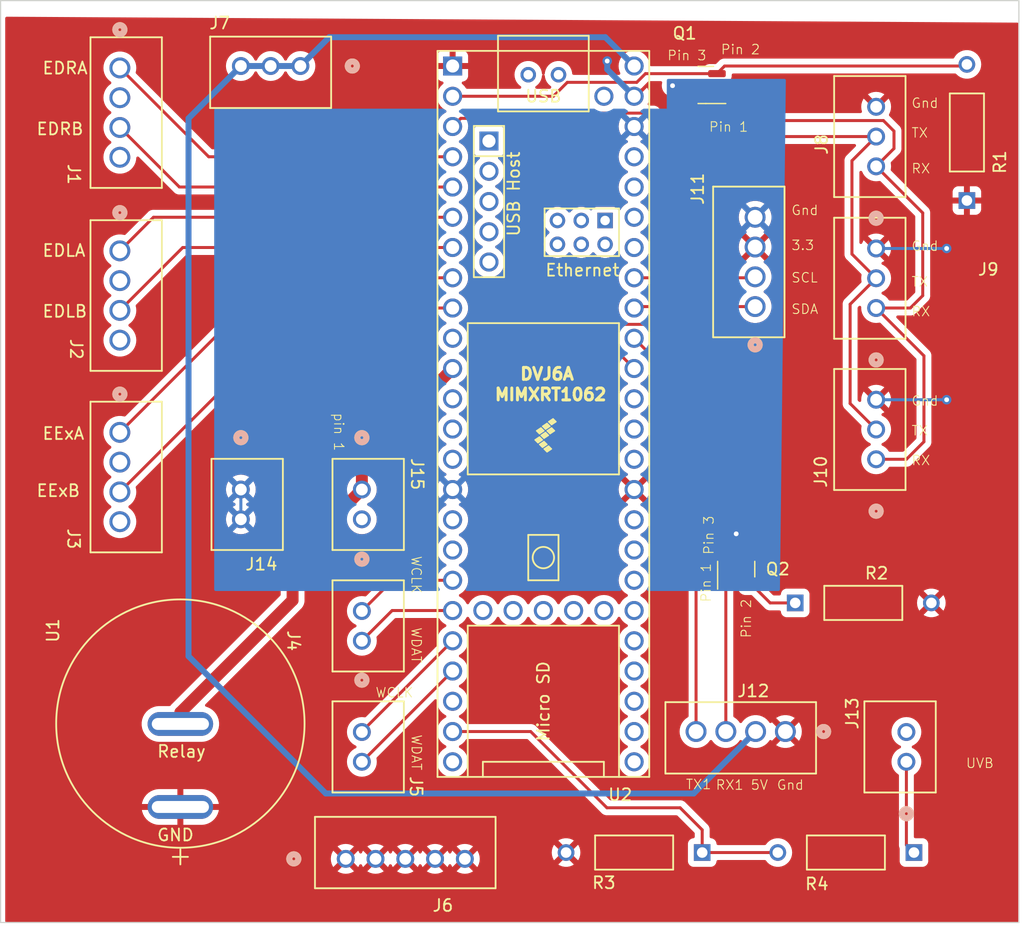
<source format=kicad_pcb>
(kicad_pcb (version 20221018) (generator pcbnew)
  (layers (0 "F.Cu" signal) (31 "B.Cu" signal) (34 "B.Paste" user) (35 "F.Paste" user) (36 "B.SilkS" user "B.Silkscreen") (37 "F.SilkS" user "F.Silkscreen") (38 "B.Mask" user) (39 "F.Mask" user) (44 "Edge.Cuts" user))
  (net 0 "")
  (net 1 "/EDRA")
  (net 3 "/EDRB")
  (net 5 "/EDLA")
  (net 7 "/EDLB")
  (net 9 "/EExA")
  (net 11 "/EExB")
  (net 13 "/WCLK1")
  (net 14 "/WDAT1")
  (net 15 "/WCLK2")
  (net 16 "/WDAT2")
  (net 17 "GND")
  (net 18 "+5V")
  (net 19 "/RX")
  (net 20 "/TX")
  (net 21 "/SDA")
  (net 22 "/SCL")
  (net 23 "+3.3V")
  (net 24 "/RX1")
  (net 25 "/TX1")
  (net 26 "Net-(J13-Pin_1)")
  (net 28 "/Relay")
  (net 30 "Net-(Q1-S)")
  (net 31 "Net-(Q2-S)")
  (net 32 "/UnderVolt")
  (footprint "teensy:3pinJST" (layer "F.Cu") (at 195.58 66.8434 90)
    (fp_text reference "J8" (at 1.8434 -4.58 90 unlocked) (layer "F.SilkS"))
    (fp_text value "MC1")
    (fp_circle (center -4.358 0) (end -3.977 0) (stroke (width 0.508)) (fill none) (layer "B.SilkS"))
    (fp_line (start -2.58 -3.527001) (end -2.58 2.467399) (stroke (width 0.1524)) (layer "F.SilkS"))
    (fp_line (start -2.58 2.467399) (end 7.58 2.467399) (stroke (width 0.1524)) (layer "F.SilkS"))
    (fp_line (start 7.58 -3.527001) (end -2.58 -3.527001) (stroke (width 0.1524)) (layer "F.SilkS"))
    (fp_line (start 7.58 2.467399) (end 7.58 -3.527001) (stroke (width 0.1524)) (layer "F.SilkS"))
    (fp_circle (center -4.358 0) (end -3.977 0) (stroke (width 0.508)) (fill none) (layer "F.SilkS"))
    (pad "1" thru_hole circle (at 0 0 90) (size 1.4986 1.4986) (drill 0.9906) (layers "*.Cu" "*.Mask") (net 19 "/RX"))
    (pad "2" thru_hole circle (at 2.5 0 90) (size 1.4986 1.4986) (drill 0.9906) (layers "*.Cu" "*.Mask") (net 20 "/TX"))
    (pad "3" thru_hole circle (at 5 0 90) (size 1.4986 1.4986) (drill 0.9906) (layers "*.Cu" "*.Mask") (net 17 "GND"))
  )
  (footprint "teensy:Teensy41" (layer "F.Cu") (at 167.64 87.63 -90)
    (fp_text reference "U2" (at 31.9786 -6.4516 -180) (layer "F.SilkS"))
    (fp_text value "Teensy4.1")
    (fp_text user "Ethernet" (at -12.065 -3.2766) (layer "F.SilkS"))
    (fp_text user "MIMXRT1062" (at -1.6256 -0.6096) (layer "F.SilkS") (effects (font (thickness 0.25) bold)))
    (fp_text user "DVJ6A" (at -3.3528 -0.3048) (layer "F.SilkS") (effects (font (thickness 0.25) bold)))
    (fp_text user "USB Host" (at -18.4658 2.4892 90) (layer "F.SilkS"))
    (fp_text user "Micro SD" (at 24.13 0 90) (layer "F.SilkS"))
    (fp_text user "USB" (at -26.67 0) (layer "F.SilkS"))
    (fp_line (start -31.75 -3.81) (end -30.48 -3.81) (stroke (width 0.15)) (layer "F.SilkS"))
    (fp_line (start -31.75 3.81) (end -31.75 -3.81) (stroke (width 0.15)) (layer "F.SilkS"))
    (fp_line (start -30.48 -8.89) (end 30.48 -8.89) (stroke (width 0.15)) (layer "F.SilkS"))
    (fp_line (start -30.48 3.81) (end -31.75 3.81) (stroke (width 0.15)) (layer "F.SilkS"))
    (fp_line (start -30.48 8.89) (end -30.48 -8.89) (stroke (width 0.15)) (layer "F.SilkS"))
    (fp_line (start -25.4 -3.81) (end -30.48 -3.81) (stroke (width 0.15)) (layer "F.SilkS"))
    (fp_line (start -25.4 3.81) (end -30.48 3.81) (stroke (width 0.15)) (layer "F.SilkS"))
    (fp_line (start -25.4 3.81) (end -25.4 -3.81) (stroke (width 0.15)) (layer "F.SilkS"))
    (fp_line (start -24.1808 3.2992) (end -21.6408 3.2992) (stroke (width 0.15)) (layer "F.SilkS"))
    (fp_line (start -24.1808 3.2992) (end -11.4808 3.2992) (stroke (width 0.15)) (layer "F.SilkS"))
    (fp_line (start -24.1808 5.8392) (end -24.1808 3.2992) (stroke (width 0.15)) (layer "F.SilkS"))
    (fp_line (start -21.6408 3.2992) (end -21.6408 5.8392) (stroke (width 0.15)) (layer "F.SilkS"))
    (fp_line (start -17.25 -6.3516) (end -17.25 -6.1016) (stroke (width 0.15)) (layer "F.SilkS"))
    (fp_line (start -17.25 -6.1016) (end -17.25 -0.1016) (stroke (width 0.15)) (layer "F.SilkS"))
    (fp_line (start -17.25 -0.1016) (end -13.25 -0.1016) (stroke (width 0.15)) (layer "F.SilkS"))
    (fp_line (start -13.25 -6.3516) (end -17.25 -6.3516) (stroke (width 0.15)) (layer "F.SilkS"))
    (fp_line (start -13.25 -0.1016) (end -13.25 -6.3516) (stroke (width 0.15)) (layer "F.SilkS"))
    (fp_line (start -11.4808 3.2992) (end -11.4808 5.8392) (stroke (width 0.15)) (layer "F.SilkS"))
    (fp_line (start -11.4808 5.8392) (end -24.1808 5.8392) (stroke (width 0.15)) (layer "F.SilkS"))
    (fp_line (start -7.62 -6.35) (end -7.62 6.35) (stroke (width 0.15)) (layer "F.SilkS"))
    (fp_line (start -7.62 6.35) (end 5.08 6.35) (stroke (width 0.15)) (layer "F.SilkS"))
    (fp_line (start 5.08 -6.35) (end -7.62 -6.35) (stroke (width 0.15)) (layer "F.SilkS"))
    (fp_line (start 5.08 6.35) (end 5.08 -6.35) (stroke (width 0.15)) (layer "F.SilkS"))
    (fp_line (start 10.16 -1.27) (end 13.97 -1.27) (stroke (width 0.15)) (layer "F.SilkS"))
    (fp_line (start 10.16 1.27) (end 10.16 -1.27) (stroke (width 0.15)) (layer "F.SilkS"))
    (fp_line (start 13.97 -1.27) (end 13.97 1.27) (stroke (width 0.15)) (layer "F.SilkS"))
    (fp_line (start 13.97 1.27) (end 10.16 1.27) (stroke (width 0.15)) (layer "F.SilkS"))
    (fp_line (start 17.78 -6.35) (end 17.78 6.35) (stroke (width 0.15)) (layer "F.SilkS"))
    (fp_line (start 17.78 6.35) (end 30.48 6.35) (stroke (width 0.15)) (layer "F.SilkS"))
    (fp_line (start 29.21 -5.08) (end 29.21 5.08) (stroke (width 0.15)) (layer "F.SilkS"))
    (fp_line (start 29.21 5.08) (end 30.48 5.08) (stroke (width 0.15)) (layer "F.SilkS"))
    (fp_line (start 30.48 -8.89) (end 30.48 8.89) (stroke (width 0.15)) (layer "F.SilkS"))
    (fp_line (start 30.48 -6.35) (end 17.78 -6.35) (stroke (width 0.15)) (layer "F.SilkS"))
    (fp_line (start 30.48 -5.08) (end 29.21 -5.08) (stroke (width 0.15)) (layer "F.SilkS"))
    (fp_line (start 30.48 8.89) (end -30.48 8.89) (stroke (width 0.15)) (layer "F.SilkS"))
    (fp_circle (center 12.065 0) (end 12.7 -0.635) (stroke (width 0.15)) (fill none) (layer "F.SilkS"))
    (fp_poly (pts (xy 0.911 -0.688) (xy 0.657 -0.434) (xy 0.403 -0.815) (xy 0.657 -1.069)) (stroke (width 0.1)) (fill solid) (layer "F.SilkS"))
    (fp_poly (pts (xy 1.292 -0.18) (xy 1.038 0.074) (xy 0.784 -0.307) (xy 1.038 -0.561)) (stroke (width 0.1)) (fill solid) (layer "F.SilkS"))
    (fp_poly (pts (xy 1.673 -0.561) (xy 1.419 -0.307) (xy 1.165 -0.688) (xy 1.419 -0.942)) (stroke (width 0.1)) (fill solid) (layer "F.SilkS"))
    (fp_poly (pts (xy 1.673 0.328) (xy 1.419 0.582) (xy 1.165 0.201) (xy 1.419 -0.053)) (stroke (width 0.1)) (fill solid) (layer "F.SilkS"))
    (fp_poly (pts (xy 2.054 -0.053) (xy 1.8 0.201) (xy 1.546 -0.18) (xy 1.8 -0.434)) (stroke (width 0.1)) (fill solid) (layer "F.SilkS"))
    (fp_poly (pts (xy 2.435 0.455) (xy 2.181 0.709) (xy 1.927 0.328) (xy 2.181 0.074)) (stroke (width 0.1)) (fill solid) (layer "F.SilkS"))
    (fp_poly (pts (xy 2.816 0.074) (xy 2.562 0.328) (xy 2.308 -0.053) (xy 2.562 -0.307)) (stroke (width 0.1)) (fill solid) (layer "F.SilkS"))
    (fp_poly (pts (xy 3.197 -0.307) (xy 2.943 -0.053) (xy 2.689 -0.434) (xy 2.943 -0.688)) (stroke (width 0.1)) (fill solid) (layer "F.SilkS"))
    (pad "1" thru_hole rect (at -29.21 7.62 270) (size 1.6 1.6) (drill 1.1) (layers "*.Cu" "*.Mask") (net 17 "GND"))
    (pad "2" thru_hole circle (at -26.67 7.62 270) (size 1.6 1.6) (drill 1.1) (layers "*.Cu" "*.Mask") (net 30 "Net-(Q1-S)"))
    (pad "3" thru_hole circle (at -24.13 7.62 270) (size 1.6 1.6) (drill 1.1) (layers "*.Cu" "*.Mask") (net 20 "/TX"))
    (pad "4" thru_hole circle (at -21.59 7.62 270) (size 1.6 1.6) (drill 1.1) (layers "*.Cu" "*.Mask") (net 1 "/EDRA"))
    (pad "5" thru_hole circle (at -19.05 7.62 270) (size 1.6 1.6) (drill 1.1) (layers "*.Cu" "*.Mask") (net 3 "/EDRB"))
    (pad "6" thru_hole circle (at -16.51 7.62 270) (size 1.6 1.6) (drill 1.1) (layers "*.Cu" "*.Mask") (net 5 "/EDLA"))
    (pad "7" thru_hole circle (at -13.97 7.62 270) (size 1.6 1.6) (drill 1.1) (layers "*.Cu" "*.Mask") (net 7 "/EDLB"))
    (pad "8" thru_hole circle (at -11.43 7.62 270) (size 1.6 1.6) (drill 1.1) (layers "*.Cu" "*.Mask") (net 9 "/EExA"))
    (pad "9" thru_hole circle (at -8.89 7.62 270) (size 1.6 1.6) (drill 1.1) (layers "*.Cu" "*.Mask") (net 11 "/EExB"))
    (pad "10" thru_hole circle (at -6.35 7.62 270) (size 1.6 1.6) (drill 1.1) (layers "*.Cu" "*.Mask"))
    (pad "11" thru_hole circle (at -3.81 7.62 270) (size 1.6 1.6) (drill 1.1) (layers "*.Cu" "*.Mask") (net 28 "/Relay"))
    (pad "12" thru_hole circle (at -1.27 7.62 270) (size 1.6 1.6) (drill 1.1) (layers "*.Cu" "*.Mask"))
    (pad "13" thru_hole circle (at 1.27 7.62 270) (size 1.6 1.6) (drill 1.1) (layers "*.Cu" "*.Mask"))
    (pad "14" thru_hole circle (at 3.81 7.62 270) (size 1.6 1.6) (drill 1.1) (layers "*.Cu" "*.Mask"))
    (pad "15" thru_hole circle (at 6.35 7.62 270) (size 1.6 1.6) (drill 1.1) (layers "*.Cu" "*.Mask") (net 23 "+3.3V"))
    (pad "16" thru_hole circle (at 8.89 7.62 270) (size 1.6 1.6) (drill 1.1) (layers "*.Cu" "*.Mask"))
    (pad "17" thru_hole circle (at 11.43 7.62 270) (size 1.6 1.6) (drill 1.1) (layers "*.Cu" "*.Mask"))
    (pad "18" thru_hole circle (at 13.97 7.62 270) (size 1.6 1.6) (drill 1.1) (layers "*.Cu" "*.Mask") (net 13 "/WCLK1"))
    (pad "19" thru_hole circle (at 16.51 7.62 270) (size 1.6 1.6) (drill 1.1) (layers "*.Cu" "*.Mask") (net 14 "/WDAT1"))
    (pad "20" thru_hole circle (at 19.05 7.62 270) (size 1.6 1.6) (drill 1.1) (layers "*.Cu" "*.Mask") (net 15 "/WCLK2"))
    (pad "21" thru_hole circle (at 21.59 7.62 270) (size 1.6 1.6) (drill 1.1) (layers "*.Cu" "*.Mask") (net 16 "/WDAT2"))
    (pad "22" thru_hole circle (at 24.13 7.62 270) (size 1.6 1.6) (drill 1.1) (layers "*.Cu" "*.Mask"))
    (pad "23" thru_hole circle (at 26.67 7.62 270) (size 1.6 1.6) (drill 1.1) (layers "*.Cu" "*.Mask") (net 32 "/UnderVolt"))
    (pad "24" thru_hole circle (at 29.21 7.62 270) (size 1.6 1.6) (drill 1.1) (layers "*.Cu" "*.Mask"))
    (pad "25" thru_hole circle (at 29.21 -7.62 270) (size 1.6 1.6) (drill 1.1) (layers "*.Cu" "*.Mask"))
    (pad "26" thru_hole circle (at 26.67 -7.62 270) (size 1.6 1.6) (drill 1.1) (layers "*.Cu" "*.Mask"))
    (pad "27" thru_hole circle (at 24.13 -7.62 270) (size 1.6 1.6) (drill 1.1) (layers "*.Cu" "*.Mask"))
    (pad "28" thru_hole circle (at 21.59 -7.62 270) (size 1.6 1.6) (drill 1.1) (layers "*.Cu" "*.Mask"))
    (pad "29" thru_hole circle (at 19.05 -7.62 270) (size 1.6 1.6) (drill 1.1) (layers "*.Cu" "*.Mask"))
    (pad "30" thru_hole circle (at 16.51 -7.62 270) (size 1.6 1.6) (drill 1.1) (layers "*.Cu" "*.Mask"))
    (pad "31" thru_hole circle (at 13.97 -7.62 270) (size 1.6 1.6) (drill 1.1) (layers "*.Cu" "*.Mask"))
    (pad "32" thru_hole circle (at 11.43 -7.62 270) (size 1.6 1.6) (drill 1.1) (layers "*.Cu" "*.Mask"))
    (pad "33" thru_hole circle (at 8.89 -7.62 270) (size 1.6 1.6) (drill 1.1) (layers "*.Cu" "*.Mask"))
    (pad "34" thru_hole circle (at 6.35 -7.62 270) (size 1.6 1.6) (drill 1.1) (layers "*.Cu" "*.Mask") (net 17 "GND"))
    (pad "35" thru_hole circle (at 3.81 -7.62 270) (size 1.6 1.6) (drill 1.1) (layers "*.Cu" "*.Mask"))
    (pad "36" thru_hole circle (at 1.27 -7.62 270) (size 1.6 1.6) (drill 1.1) (layers "*.Cu" "*.Mask"))
    (pad "37" thru_hole circle (at -1.27 -7.62 270) (size 1.6 1.6) (drill 1.1) (layers "*.Cu" "*.Mask"))
    (pad "38" thru_hole circle (at -3.81 -7.62 270) (size 1.6 1.6) (drill 1.1) (layers "*.Cu" "*.Mask") (net 31 "Net-(Q2-S)"))
    (pad "39" thru_hole circle (at -6.35 -7.62 270) (size 1.6 1.6) (drill 1.1) (layers "*.Cu" "*.Mask") (net 25 "/TX1"))
    (pad "40" thru_hole circle (at -8.89 -7.62 270) (size 1.6 1.6) (drill 1.1) (layers "*.Cu" "*.Mask") (net 21 "/SDA"))
    (pad "41" thru_hole circle (at -11.43 -7.62 270) (size 1.6 1.6) (drill 1.1) (layers "*.Cu" "*.Mask") (net 22 "/SCL"))
    (pad "42" thru_hole circle (at -13.97 -7.62 270) (size 1.6 1.6) (drill 1.1) (layers "*.Cu" "*.Mask"))
    (pad "43" thru_hole circle (at -16.51 -7.62 270) (size 1.6 1.6) (drill 1.1) (layers "*.Cu" "*.Mask"))
    (pad "44" thru_hole circle (at -19.05 -7.62 270) (size 1.6 1.6) (drill 1.1) (layers "*.Cu" "*.Mask"))
    (pad "45" thru_hole circle (at -21.59 -7.62 270) (size 1.6 1.6) (drill 1.1) (layers "*.Cu" "*.Mask"))
    (pad "46" thru_hole circle (at -24.13 -7.62 270) (size 1.6 1.6) (drill 1.1) (layers "*.Cu" "*.Mask") (net 23 "+3.3V"))
    (pad "47" thru_hole circle (at -26.67 -7.62 270) (size 1.6 1.6) (drill 1.1) (layers "*.Cu" "*.Mask") (net 17 "GND"))
    (pad "48" thru_hole circle (at -29.21 -7.62 270) (size 1.6 1.6) (drill 1.1) (layers "*.Cu" "*.Mask") (net 18 "+5V"))
    (pad "49" thru_hole circle (at -26.67 -5.08 270) (size 1.6 1.6) (drill 1.1) (layers "*.Cu" "*.Mask"))
    (pad "50" thru_hole circle (at 16.51 5.08 270) (size 1.6 1.6) (drill 1.1) (layers "*.Cu" "*.Mask"))
    (pad "51" thru_hole circle (at 16.51 2.54 270) (size 1.6 1.6) (drill 1.1) (layers "*.Cu" "*.Mask"))
    (pad "52" thru_hole circle (at 16.51 0 270) (size 1.6 1.6) (drill 1.1) (layers "*.Cu" "*.Mask"))
    (pad "53" thru_hole circle (at 16.51 -2.54 270) (size 1.6 1.6) (drill 1.1) (layers "*.Cu" "*.Mask"))
    (pad "54" thru_hole circle (at 16.51 -5.08 270) (size 1.6 1.6) (drill 1.1) (layers "*.Cu" "*.Mask"))
    (pad "55" thru_hole rect (at -22.9108 4.5692 270) (size 1.6 1.6) (drill 1.1) (layers "*.Cu" "*.Mask"))
    (pad "56" thru_hole circle (at -20.3708 4.5692 270) (size 1.6 1.6) (drill 1.1) (layers "*.Cu" "*.Mask"))
    (pad "57" thru_hole circle (at -17.8308 4.5692 270) (size 1.6 1.6) (drill 1.1) (layers "*.Cu" "*.Mask"))
    (pad "58" thru_hole circle (at -15.2908 4.5692 270) (size 1.6 1.6) (drill 1.1) (layers "*.Cu" "*.Mask"))
    (pad "59" thru_hole circle (at -12.7508 4.5692 270) (size 1.6 1.6) (drill 1.1) (layers "*.Cu" "*.Mask"))
    (pad "60" thru_hole rect (at -16.24 -5.1816 270) (size 1.3 1.3) (drill 0.8) (layers "*.Cu" "*.Mask"))
    (pad "61" thru_hole circle (at -16.24 -3.1816 270) (size 1.3 1.3) (drill 0.8) (layers "*.Cu" "*.Mask"))
    (pad "62" thru_hole circle (at -16.24 -1.1816 270) (size 1.3 1.3) (drill 0.8) (layers "*.Cu" "*.Mask"))
    (pad "63" thru_hole circle (at -14.24 -1.1816 270) (size 1.3 1.3) (drill 0.8) (layers "*.Cu" "*.Mask"))
    (pad "64" thru_hole circle (at -14.24 -3.1816 270) (size 1.3 1.3) (drill 0.8) (layers "*.Cu" "*.Mask"))
    (pad "65" thru_hole circle (at -14.24 -5.1816 270) (size 1.3 1.3) (drill 0.8) (layers "*.Cu" "*.Mask"))
    (pad "66" thru_hole circle (at -28.48 -1.27 270) (size 1.3 1.3) (drill 0.8) (layers "*.Cu" "*.Mask"))
    (pad "67" thru_hole circle (at -28.48 1.27 270) (size 1.3 1.3) (drill 0.8) (layers "*.Cu" "*.Mask"))
  )
  (footprint "teensy:10kOhmRes" (layer "F.Cu") (at 203.2 69.715 90)
    (fp_text reference "R1" (at 3.2258 2.7686 90 unlocked) (layer "F.SilkS"))
    (fp_text value "10k")
    (fp_line (start 2.4384 -1.4351) (end 2.4384 1.4351) (stroke (width 0.1524)) (layer "F.SilkS"))
    (fp_line (start 2.4384 1.4351) (end 8.9916 1.4351) (stroke (width 0.1524)) (layer "F.SilkS"))
    (fp_line (start 8.9916 -1.4351) (end 2.4384 -1.4351) (stroke (width 0.1524)) (layer "F.SilkS"))
    (fp_line (start 8.9916 1.4351) (end 8.9916 -1.4351) (stroke (width 0.1524)) (layer "F.SilkS"))
    (pad "1" thru_hole rect (at 0 0 90) (size 1.397 1.397) (drill 0.889) (layers "*.Cu" "*.Mask") (net 17 "GND"))
    (pad "2" thru_hole circle (at 11.43 0 90) (size 1.397 1.397) (drill 0.889) (layers "*.Cu" "*.Mask") (net 30 "Net-(Q1-S)"))
  )
  (footprint "teensy:5pinJST" (layer "F.Cu") (at 151.044656 124.989801)
    (fp_text reference "J6" (at 8.162544 3.915199 unlocked) (layer "F.SilkS"))
    (fp_text value "GND")
    (fp_circle (center -4.359656 0) (end -3.978656 0) (stroke (width 0.508)) (fill none) (layer "B.SilkS"))
    (fp_line (start -2.581656 -3.527001) (end -2.581656 2.467399) (stroke (width 0.1524)) (layer "F.SilkS"))
    (fp_line (start -2.581656 2.467399) (end 12.582144 2.467399) (stroke (width 0.1524)) (layer "F.SilkS"))
    (fp_line (start 12.582144 -3.527001) (end -2.581656 -3.527001) (stroke (width 0.1524)) (layer "F.SilkS"))
    (fp_line (start 12.582144 2.467399) (end 12.582144 -3.527001) (stroke (width 0.1524)) (layer "F.SilkS"))
    (fp_circle (center -4.359656 0) (end -3.978656 0) (stroke (width 0.508)) (fill none) (layer "F.SilkS"))
    (pad "1" thru_hole circle (at 0 0) (size 1.4986 1.4986) (drill 0.9906) (layers "*.Cu" "*.Mask") (net 17 "GND"))
    (pad "2" thru_hole circle (at 2.500122 0) (size 1.4986 1.4986) (drill 0.9906) (layers "*.Cu" "*.Mask") (net 17 "GND"))
    (pad "3" thru_hole circle (at 5.000244 0) (size 1.4986 1.4986) (drill 0.9906) (layers "*.Cu" "*.Mask") (net 17 "GND"))
    (pad "4" thru_hole circle (at 7.500366 0) (size 1.4986 1.4986) (drill 0.9906) (layers "*.Cu" "*.Mask") (net 17 "GND"))
    (pad "5" thru_hole circle (at 10.000488 0) (size 1.4986 1.4986) (drill 0.9906) (layers "*.Cu" "*.Mask") (net 17 "GND"))
  )
  (footprint "teensy:4pinJST" (layer "F.Cu") (at 187.96 114.3 180)
    (fp_text reference "J12" (at 2.6924 3.4036 unlocked) (layer "F.SilkS"))
    (fp_text value "UWB")
    (fp_circle (center -3.2096 0) (end -2.8286 0) (stroke (width 0.508)) (fill none) (layer "B.SilkS"))
    (fp_line (start -2.5746 -3.527001) (end -2.5746 2.467399) (stroke (width 0.1524)) (layer "F.SilkS"))
    (fp_line (start -2.5746 2.467399) (end 10.0746 2.467399) (stroke (width 0.1524)) (layer "F.SilkS"))
    (fp_line (start 10.0746 -3.527001) (end -2.5746 -3.527001) (stroke (width 0.1524)) (layer "F.SilkS"))
    (fp_line (start 10.0746 2.467399) (end 10.0746 -3.527001) (stroke (width 0.1524)) (layer "F.SilkS"))
    (fp_circle (center -3.2096 0) (end -2.8286 0) (stroke (width 0.508)) (fill none) (layer "F.SilkS"))
    (pad "1" thru_hole circle (at 0 0 180) (size 1.7526 1.7526) (drill 1.2446) (layers "*.Cu" "*.Mask") (net 17 "GND"))
    (pad "2" thru_hole circle (at 2.5 0 180) (size 1.7526 1.7526) (drill 1.2446) (layers "*.Cu" "*.Mask") (net 18 "+5V"))
    (pad "3" thru_hole circle (at 5 0 180) (size 1.7526 1.7526) (drill 1.2446) (layers "*.Cu" "*.Mask") (net 24 "/RX1"))
    (pad "4" thru_hole circle (at 7.5 0 180) (size 1.7526 1.7526) (drill 1.2446) (layers "*.Cu" "*.Mask") (net 25 "/TX1"))
  )
  (footprint "Package_TO_SOT_SMD:SOT-23" (layer "F.Cu") (at 181.2775 60.01 180)
    (fp_text reference "Q1" (at 1.7775 4.3332) (layer "F.SilkS"))
    (fp_text value "LevelShifterMC")
    (fp_line (start 0 -1.56) (end -1.675 -1.56) (stroke (width 0.12)) (layer "F.SilkS"))
    (fp_line (start 0 -1.56) (end 0.65 -1.56) (stroke (width 0.12)) (layer "F.SilkS"))
    (fp_line (start 0 1.56) (end -0.65 1.56) (stroke (width 0.12)) (layer "F.SilkS"))
    (fp_line (start 0 1.56) (end 0.65 1.56) (stroke (width 0.12)) (layer "F.SilkS"))
    (pad "1" smd roundrect (at -0.9375 -0.95 180) (size 1.475 0.6) (layers "F.Cu" "F.Paste" "F.Mask") (net 19 "/RX"))
    (pad "2" smd roundrect (at -0.9375 0.95 180) (size 1.475 0.6) (layers "F.Cu" "F.Paste" "F.Mask") (net 30 "Net-(Q1-S)"))
    (pad "3" smd roundrect (at 0.9375 0 180) (size 1.475 0.6) (layers "F.Cu" "F.Paste" "F.Mask") (net 23 "+3.3V"))
  )
  (footprint "teensy:4pinJST" (layer "F.Cu") (at 132.08 73.94 -90)
    (fp_text reference "J2" (at 8.2544 3.6576 -90 unlocked) (layer "F.SilkS"))
    (fp_text value "EncDriveLeft")
    (fp_circle (center -3.2096 0) (end -2.8286 0) (stroke (width 0.508)) (fill none) (layer "B.SilkS"))
    (fp_line (start -2.5746 -3.527001) (end -2.5746 2.467399) (stroke (width 0.1524)) (layer "F.SilkS"))
    (fp_line (start -2.5746 2.467399) (end 10.0746 2.467399) (stroke (width 0.1524)) (layer "F.SilkS"))
    (fp_line (start 10.0746 -3.527001) (end -2.5746 -3.527001) (stroke (width 0.1524)) (layer "F.SilkS"))
    (fp_line (start 10.0746 2.467399) (end 10.0746 -3.527001) (stroke (width 0.1524)) (layer "F.SilkS"))
    (fp_circle (center -3.2096 0) (end -2.8286 0) (stroke (width 0.508)) (fill none) (layer "F.SilkS"))
    (pad "1" thru_hole circle (at 0 0 270) (size 1.7526 1.7526) (drill 1.2446) (layers "*.Cu" "*.Mask") (net 5 "/EDLA"))
    (pad "2" thru_hole circle (at 2.5 0 270) (size 1.7526 1.7526) (drill 1.2446) (layers "*.Cu" "*.Mask"))
    (pad "3" thru_hole circle (at 5 0 270) (size 1.7526 1.7526) (drill 1.2446) (layers "*.Cu" "*.Mask") (net 7 "/EDLB"))
    (pad "4" thru_hole circle (at 7.5 0 270) (size 1.7526 1.7526) (drill 1.2446) (layers "*.Cu" "*.Mask"))
  )
  (footprint "teensy:4pinJST" (layer "F.Cu") (at 132.08 58.58 -90)
    (fp_text reference "J1" (at 8.9332 3.8608 -90 unlocked) (layer "F.SilkS"))
    (fp_text value "EncDriveRight")
    (fp_circle (center -3.2096 0) (end -2.8286 0) (stroke (width 0.508)) (fill none) (layer "B.SilkS"))
    (fp_line (start -2.5746 -3.527001) (end -2.5746 2.467399) (stroke (width 0.1524)) (layer "F.SilkS"))
    (fp_line (start -2.5746 2.467399) (end 10.0746 2.467399) (stroke (width 0.1524)) (layer "F.SilkS"))
    (fp_line (start 10.0746 -3.527001) (end -2.5746 -3.527001) (stroke (width 0.1524)) (layer "F.SilkS"))
    (fp_line (start 10.0746 2.467399) (end 10.0746 -3.527001) (stroke (width 0.1524)) (layer "F.SilkS"))
    (fp_circle (center -3.2096 0) (end -2.8286 0) (stroke (width 0.508)) (fill none) (layer "F.SilkS"))
    (pad "1" thru_hole circle (at 0 0 270) (size 1.7526 1.7526) (drill 1.2446) (layers "*.Cu" "*.Mask") (net 1 "/EDRA"))
    (pad "2" thru_hole circle (at 2.5 0 270) (size 1.7526 1.7526) (drill 1.2446) (layers "*.Cu" "*.Mask"))
    (pad "3" thru_hole circle (at 5 0 270) (size 1.7526 1.7526) (drill 1.2446) (layers "*.Cu" "*.Mask") (net 3 "/EDRB"))
    (pad "4" thru_hole circle (at 7.5 0 270) (size 1.7526 1.7526) (drill 1.2446) (layers "*.Cu" "*.Mask"))
  )
  (footprint "teensy:3pinJST" (layer "F.Cu") (at 195.58 78.74 90)
    (fp_text reference "J9" (at 3.24 9.42 unlocked) (layer "F.SilkS"))
    (fp_text value "MC2")
    (fp_circle (center -4.358 0) (end -3.977 0) (stroke (width 0.508)) (fill none) (layer "B.SilkS"))
    (fp_line (start -2.58 -3.527001) (end -2.58 2.467399) (stroke (width 0.1524)) (layer "F.SilkS"))
    (fp_line (start -2.58 2.467399) (end 7.58 2.467399) (stroke (width 0.1524)) (layer "F.SilkS"))
    (fp_line (start 7.58 -3.527001) (end -2.58 -3.527001) (stroke (width 0.1524)) (layer "F.SilkS"))
    (fp_line (start 7.58 2.467399) (end 7.58 -3.527001) (stroke (width 0.1524)) (layer "F.SilkS"))
    (fp_circle (center -4.358 0) (end -3.977 0) (stroke (width 0.508)) (fill none) (layer "F.SilkS"))
    (pad "1" thru_hole circle (at 0 0 90) (size 1.4986 1.4986) (drill 0.9906) (layers "*.Cu" "*.Mask") (net 19 "/RX"))
    (pad "2" thru_hole circle (at 2.5 0 90) (size 1.4986 1.4986) (drill 0.9906) (layers "*.Cu" "*.Mask") (net 20 "/TX"))
    (pad "3" thru_hole circle (at 5 0 90) (size 1.4986 1.4986) (drill 0.9906) (layers "*.Cu" "*.Mask") (net 17 "GND"))
  )
  (footprint "teensy:3pinJST" (layer "F.Cu") (at 195.58 91.44 90)
    (fp_text reference "J10" (at -1.0414 -4.6482 90 unlocked) (layer "F.SilkS"))
    (fp_text value "MC3")
    (fp_circle (center -4.358 0) (end -3.977 0) (stroke (width 0.508)) (fill none) (layer "B.SilkS"))
    (fp_line (start -2.58 -3.527001) (end -2.58 2.467399) (stroke (width 0.1524)) (layer "F.SilkS"))
    (fp_line (start -2.58 2.467399) (end 7.58 2.467399) (stroke (width 0.1524)) (layer "F.SilkS"))
    (fp_line (start 7.58 -3.527001) (end -2.58 -3.527001) (stroke (width 0.1524)) (layer "F.SilkS"))
    (fp_line (start 7.58 2.467399) (end 7.58 -3.527001) (stroke (width 0.1524)) (layer "F.SilkS"))
    (fp_circle (center -4.358 0) (end -3.977 0) (stroke (width 0.508)) (fill none) (layer "F.SilkS"))
    (pad "1" thru_hole circle (at 0 0 90) (size 1.4986 1.4986) (drill 0.9906) (layers "*.Cu" "*.Mask") (net 19 "/RX"))
    (pad "2" thru_hole circle (at 2.5 0 90) (size 1.4986 1.4986) (drill 0.9906) (layers "*.Cu" "*.Mask") (net 20 "/TX"))
    (pad "3" thru_hole circle (at 5 0 90) (size 1.4986 1.4986) (drill 0.9906) (layers "*.Cu" "*.Mask") (net 17 "GND"))
  )
  (footprint "teensy:2pinJST" (layer "F.Cu") (at 152.4 93.98 -90)
    (fp_text reference "J15" (at -1.2954 -4.6482 -90 unlocked) (layer "F.SilkS"))
    (fp_text value "Relay")
    (fp_circle (center -4.355 0) (end -3.974 0) (stroke (width 0.508)) (fill none) (layer "B.SilkS"))
    (fp_line (start -2.577 -3.527001) (end -2.577 2.467399) (stroke (width 0.1524)) (layer "F.SilkS"))
    (fp_line (start -2.577 2.467399) (end 5.077 2.467399) (stroke (width 0.1524)) (layer "F.SilkS"))
    (fp_line (start 5.077 -3.527001) (end -2.577 -3.527001) (stroke (width 0.1524)) (layer "F.SilkS"))
    (fp_line (start 5.077 2.467399) (end 5.077 -3.527001) (stroke (width 0.1524)) (layer "F.SilkS"))
    (fp_circle (center -4.355 0) (end -3.974 0) (stroke (width 0.508)) (fill none) (layer "F.SilkS"))
    (pad "1" thru_hole circle (at 0 0 270) (size 1.4986 1.4986) (drill 0.9906) (layers "*.Cu" "*.Mask") (net 28 "/Relay"))
    (pad "2" thru_hole circle (at 2.5 0 270) (size 1.4986 1.4986) (drill 0.9906) (layers "*.Cu" "*.Mask"))
  )
  (footprint "teensy:4pinJST" (layer "F.Cu") (at 132.08 89.18 -90)
    (fp_text reference "J3" (at 8.9402 3.8862 -90 unlocked) (layer "F.SilkS"))
    (fp_text value "EncExcavation")
    (fp_circle (center -3.2096 0) (end -2.8286 0) (stroke (width 0.508)) (fill none) (layer "B.SilkS"))
    (fp_line (start -2.5746 -3.527001) (end -2.5746 2.467399) (stroke (width 0.1524)) (layer "F.SilkS"))
    (fp_line (start -2.5746 2.467399) (end 10.0746 2.467399) (stroke (width 0.1524)) (layer "F.SilkS"))
    (fp_line (start 10.0746 -3.527001) (end -2.5746 -3.527001) (stroke (width 0.1524)) (layer "F.SilkS"))
    (fp_line (start 10.0746 2.467399) (end 10.0746 -3.527001) (stroke (width 0.1524)) (layer "F.SilkS"))
    (fp_circle (center -3.2096 0) (end -2.8286 0) (stroke (width 0.508)) (fill none) (layer "F.SilkS"))
    (pad "1" thru_hole circle (at 0 0 270) (size 1.7526 1.7526) (drill 1.2446) (layers "*.Cu" "*.Mask") (net 9 "/EExA"))
    (pad "2" thru_hole circle (at 2.5 0 270) (size 1.7526 1.7526) (drill 1.2446) (layers "*.Cu" "*.Mask"))
    (pad "3" thru_hole circle (at 5 0 270) (size 1.7526 1.7526) (drill 1.2446) (layers "*.Cu" "*.Mask") (net 11 "/EExB"))
    (pad "4" thru_hole circle (at 7.5 0 270) (size 1.7526 1.7526) (drill 1.2446) (layers "*.Cu" "*.Mask"))
  )
  (footprint "teensy:2pinJST" (layer "F.Cu") (at 142.24 93.98 -90)
    (fp_text reference "J14" (at 6.2738 -1.7272 unlocked) (layer "F.SilkS"))
    (fp_text value "3.3V")
    (fp_circle (center -4.355 0) (end -3.974 0) (stroke (width 0.508)) (fill none) (layer "B.SilkS"))
    (fp_line (start -2.577 -3.527001) (end -2.577 2.467399) (stroke (width 0.1524)) (layer "F.SilkS"))
    (fp_line (start -2.577 2.467399) (end 5.077 2.467399) (stroke (width 0.1524)) (layer "F.SilkS"))
    (fp_line (start 5.077 -3.527001) (end -2.577 -3.527001) (stroke (width 0.1524)) (layer "F.SilkS"))
    (fp_line (start 5.077 2.467399) (end 5.077 -3.527001) (stroke (width 0.1524)) (layer "F.SilkS"))
    (fp_circle (center -4.355 0) (end -3.974 0) (stroke (width 0.508)) (fill none) (layer "F.SilkS"))
    (pad "1" thru_hole circle (at 0 0 270) (size 1.4986 1.4986) (drill 0.9906) (layers "*.Cu" "*.Mask") (net 23 "+3.3V"))
    (pad "2" thru_hole circle (at 2.5 0 270) (size 1.4986 1.4986) (drill 0.9906) (layers "*.Cu" "*.Mask") (net 23 "+3.3V"))
  )
  (footprint "teensy:2pinJST" (layer "F.Cu") (at 152.4 114.34 -90)
    (fp_text reference "J5" (at 4.5828 -4.5466 -90 unlocked) (layer "F.SilkS"))
    (fp_text value "Load Cell 2")
    (fp_circle (center -4.355 0) (end -3.974 0) (stroke (width 0.508)) (fill none) (layer "B.SilkS"))
    (fp_line (start -2.577 -3.527001) (end -2.577 2.467399) (stroke (width 0.1524)) (layer "F.SilkS"))
    (fp_line (start -2.577 2.467399) (end 5.077 2.467399) (stroke (width 0.1524)) (layer "F.SilkS"))
    (fp_line (start 5.077 -3.527001) (end -2.577 -3.527001) (stroke (width 0.1524)) (layer "F.SilkS"))
    (fp_line (start 5.077 2.467399) (end 5.077 -3.527001) (stroke (width 0.1524)) (layer "F.SilkS"))
    (fp_circle (center -4.355 0) (end -3.974 0) (stroke (width 0.508)) (fill none) (layer "F.SilkS"))
    (pad "1" thru_hole circle (at 0 0 270) (size 1.4986 1.4986) (drill 0.9906) (layers "*.Cu" "*.Mask") (net 15 "/WCLK2"))
    (pad "2" thru_hole circle (at 2.5 0 270) (size 1.4986 1.4986) (drill 0.9906) (layers "*.Cu" "*.Mask") (net 16 "/WDAT2"))
  )
  (footprint "footprints:RR511D1121_EWI" (layer "F.Cu") (at 137.16 120.633249 90)
    (fp_text reference "U1" (at 14.816849 -10.6934 90 unlocked) (layer "F.SilkS"))
    (fp_text value "Relay Kill Switch - SPST")
    (fp_line (start -4.824001 0) (end -3.554001 0) (stroke (width 0.1524)) (layer "F.SilkS"))
    (fp_line (start -4.189001 -0.635) (end -4.189001 0.635) (stroke (width 0.1524)) (layer "F.SilkS"))
    (fp_circle (center 6.999999 0) (end 17.426999 0) (stroke (width 0.1524)) (fill none) (layer "F.SilkS"))
    (pad "1" thru_hole oval (at -0.000001 0 180) (size 5.5 2) (drill oval 4.8 1) (layers "*.Cu" "*.Mask") (net 17 "GND"))
    (pad "2" thru_hole oval (at 6.97 0 180) (size 5.5 2) (drill oval 4.8 1) (layers "*.Cu" "*.Mask") (net 28 "/Relay"))
  )
  (footprint "teensy:2pinJST" (layer "F.Cu") (at 152.4 104.18 -90)
    (fp_text reference "J4" (at 2.5 5.7404 -90 unlocked) (layer "F.SilkS"))
    (fp_text value "Load Cell 1")
    (fp_circle (center -4.355 0) (end -3.974 0) (stroke (width 0.508)) (fill none) (layer "B.SilkS"))
    (fp_line (start -2.577 -3.527001) (end -2.577 2.467399) (stroke (width 0.1524)) (layer "F.SilkS"))
    (fp_line (start -2.577 2.467399) (end 5.077 2.467399) (stroke (width 0.1524)) (layer "F.SilkS"))
    (fp_line (start 5.077 -3.527001) (end -2.577 -3.527001) (stroke (width 0.1524)) (layer "F.SilkS"))
    (fp_line (start 5.077 2.467399) (end 5.077 -3.527001) (stroke (width 0.1524)) (layer "F.SilkS"))
    (fp_circle (center -4.355 0) (end -3.974 0) (stroke (width 0.508)) (fill none) (layer "F.SilkS"))
    (pad "1" thru_hole circle (at 0 0 270) (size 1.4986 1.4986) (drill 0.9906) (layers "*.Cu" "*.Mask") (net 13 "/WCLK1"))
    (pad "2" thru_hole circle (at 2.5 0 270) (size 1.4986 1.4986) (drill 0.9906) (layers "*.Cu" "*.Mask") (net 14 "/WDAT1"))
  )
  (footprint "teensy:10kOhmRes" (layer "F.Cu") (at 188.785 103.5)
    (fp_text reference "R2" (at 6.8326 -2.4892 unlocked) (layer "F.SilkS"))
    (fp_text value "10k")
    (fp_line (start 2.4384 -1.4351) (end 2.4384 1.4351) (stroke (width 0.1524)) (layer "F.SilkS"))
    (fp_line (start 2.4384 1.4351) (end 8.9916 1.4351) (stroke (width 0.1524)) (layer "F.SilkS"))
    (fp_line (start 8.9916 -1.4351) (end 2.4384 -1.4351) (stroke (width 0.1524)) (layer "F.SilkS"))
    (fp_line (start 8.9916 1.4351) (end 8.9916 -1.4351) (stroke (width 0.1524)) (layer "F.SilkS"))
    (pad "1" thru_hole rect (at 0 0) (size 1.397 1.397) (drill 0.889) (layers "*.Cu" "*.Mask") (net 31 "Net-(Q2-S)"))
    (pad "2" thru_hole circle (at 11.43 0) (size 1.397 1.397) (drill 0.889) (layers "*.Cu" "*.Mask") (net 17 "GND"))
  )
  (footprint "teensy:2pinJST" (layer "F.Cu") (at 198.12 116.84 90)
    (fp_text reference "J13" (at 4.064 -4.5466 90 unlocked) (layer "F.SilkS"))
    (fp_text value "UVB Divider")
    (fp_circle (center -4.355 0) (end -3.974 0) (stroke (width 0.508)) (fill none) (layer "B.SilkS"))
    (fp_line (start -2.577 -3.527001) (end -2.577 2.467399) (stroke (width 0.1524)) (layer "F.SilkS"))
    (fp_line (start -2.577 2.467399) (end 5.077 2.467399) (stroke (width 0.1524)) (layer "F.SilkS"))
    (fp_line (start 5.077 -3.527001) (end -2.577 -3.527001) (stroke (width 0.1524)) (layer "F.SilkS"))
    (fp_line (start 5.077 2.467399) (end 5.077 -3.527001) (stroke (width 0.1524)) (layer "F.SilkS"))
    (fp_circle (center -4.355 0) (end -3.974 0) (stroke (width 0.508)) (fill none) (layer "F.SilkS"))
    (pad "1" thru_hole circle (at 0 0 90) (size 1.4986 1.4986) (drill 0.9906) (layers "*.Cu" "*.Mask") (net 26 "Net-(J13-Pin_1)"))
    (pad "2" thru_hole circle (at 2.5 0 90) (size 1.4986 1.4986) (drill 0.9906) (layers "*.Cu" "*.Mask"))
  )
  (footprint "teensy:4pinJST" (layer "F.Cu") (at 185.42 78.62 90)
    (fp_text reference "J11" (at 9.8876 -4.826 90 unlocked) (layer "F.SilkS"))
    (fp_text value "CurrSB")
    (fp_circle (center -3.2096 0) (end -2.8286 0) (stroke (width 0.508)) (fill none) (layer "B.SilkS"))
    (fp_line (start -2.5746 -3.527001) (end -2.5746 2.467399) (stroke (width 0.1524)) (layer "F.SilkS"))
    (fp_line (start -2.5746 2.467399) (end 10.0746 2.467399) (stroke (width 0.1524)) (layer "F.SilkS"))
    (fp_line (start 10.0746 -3.527001) (end -2.5746 -3.527001) (stroke (width 0.1524)) (layer "F.SilkS"))
    (fp_line (start 10.0746 2.467399) (end 10.0746 -3.527001) (stroke (width 0.1524)) (layer "F.SilkS"))
    (fp_circle (center -3.2096 0) (end -2.8286 0) (stroke (width 0.508)) (fill none) (layer "F.SilkS"))
    (pad "1" thru_hole circle (at 0 0 90) (size 1.7526 1.7526) (drill 1.2446) (layers "*.Cu" "*.Mask") (net 21 "/SDA"))
    (pad "2" thru_hole circle (at 2.5 0 90) (size 1.7526 1.7526) (drill 1.2446) (layers "*.Cu" "*.Mask") (net 22 "/SCL"))
    (pad "3" thru_hole circle (at 5 0 90) (size 1.7526 1.7526) (drill 1.2446) (layers "*.Cu" "*.Mask") (net 17 "GND"))
    (pad "4" thru_hole circle (at 7.5 0 90) (size 1.7526 1.7526) (drill 1.2446) (layers "*.Cu" "*.Mask") (net 23 "+3.3V"))
  )
  (footprint "teensy:10kOhmRes" (layer "F.Cu") (at 198.755 124.46 180)
    (fp_text reference "R4" (at 8.1534 -2.6416 unlocked) (layer "F.SilkS"))
    (fp_text value "6.8k")
    (fp_line (start 2.4384 -1.4351) (end 2.4384 1.4351) (stroke (width 0.1524)) (layer "F.SilkS"))
    (fp_line (start 2.4384 1.4351) (end 8.9916 1.4351) (stroke (width 0.1524)) (layer "F.SilkS"))
    (fp_line (start 8.9916 -1.4351) (end 2.4384 -1.4351) (stroke (width 0.1524)) (layer "F.SilkS"))
    (fp_line (start 8.9916 1.4351) (end 8.9916 -1.4351) (stroke (width 0.1524)) (layer "F.SilkS"))
    (pad "1" thru_hole rect (at 0 0 180) (size 1.397 1.397) (drill 0.889) (layers "*.Cu" "*.Mask") (net 26 "Net-(J13-Pin_1)"))
    (pad "2" thru_hole circle (at 11.43 0 180) (size 1.397 1.397) (drill 0.889) (layers "*.Cu" "*.Mask") (net 32 "/UnderVolt"))
  )
  (footprint "Package_TO_SOT_SMD:SOT-23" (layer "F.Cu") (at 183.83 100.6625 90)
    (fp_text reference "Q2" (at 0 3.49 180) (layer "F.SilkS"))
    (fp_text value "LevelShifterUWB")
    (fp_line (start 0 -1.56) (end -1.675 -1.56) (stroke (width 0.12)) (layer "F.SilkS"))
    (fp_line (start 0 -1.56) (end 0.65 -1.56) (stroke (width 0.12)) (layer "F.SilkS"))
    (fp_line (start 0 1.56) (end -0.65 1.56) (stroke (width 0.12)) (layer "F.SilkS"))
    (fp_line (start 0 1.56) (end 0.65 1.56) (stroke (width 0.12)) (layer "F.SilkS"))
    (pad "1" smd roundrect (at -0.9375 -0.95 90) (size 1.475 0.6) (layers "F.Cu" "F.Paste" "F.Mask") (net 24 "/RX1"))
    (pad "2" smd roundrect (at -0.9375 0.95 90) (size 1.475 0.6) (layers "F.Cu" "F.Paste" "F.Mask") (net 31 "Net-(Q2-S)"))
    (pad "3" smd roundrect (at 0.9375 0 90) (size 1.475 0.6) (layers "F.Cu" "F.Paste" "F.Mask") (net 23 "+3.3V"))
  )
  (footprint "teensy:10kOhmRes" (layer "F.Cu") (at 180.975 124.46 180)
    (fp_text reference "R3" (at 8.255 -2.54 unlocked) (layer "F.SilkS"))
    (fp_text value "1k")
    (fp_line (start 2.4384 -1.4351) (end 2.4384 1.4351) (stroke (width 0.1524)) (layer "F.SilkS"))
    (fp_line (start 2.4384 1.4351) (end 8.9916 1.4351) (stroke (width 0.1524)) (layer "F.SilkS"))
    (fp_line (start 8.9916 -1.4351) (end 2.4384 -1.4351) (stroke (width 0.1524)) (layer "F.SilkS"))
    (fp_line (start 8.9916 1.4351) (end 8.9916 -1.4351) (stroke (width 0.1524)) (layer "F.SilkS"))
    (pad "1" thru_hole rect (at 0 0 180) (size 1.397 1.397) (drill 0.889) (layers "*.Cu" "*.Mask") (net 32 "/UnderVolt"))
    (pad "2" thru_hole circle (at 11.43 0 180) (size 1.397 1.397) (drill 0.889) (layers "*.Cu" "*.Mask") (net 17 "GND"))
  )
  (footprint "teensy:3pinJST" (layer "F.Cu") (at 147.24 58.42 180)
    (fp_text reference "J7" (at 6.778 3.6068 unlocked) (layer "F.SilkS"))
    (fp_text value "5V")
    (fp_circle (center -4.358 0) (end -3.977 0) (stroke (width 0.508)) (fill none) (layer "B.SilkS"))
    (fp_line (start -2.58 -3.527001) (end -2.58 2.467399) (stroke (width 0.1524)) (layer "F.SilkS"))
    (fp_line (start -2.58 2.467399) (end 7.58 2.467399) (stroke (width 0.1524)) (layer "F.SilkS"))
    (fp_line (start 7.58 -3.527001) (end -2.58 -3.527001) (stroke (width 0.1524)) (layer "F.SilkS"))
    (fp_line (start 7.58 2.467399) (end 7.58 -3.527001) (stroke (width 0.1524)) (layer "F.SilkS"))
    (fp_circle (center -4.358 0) (end -3.977 0) (stroke (width 0.508)) (fill none) (layer "F.SilkS"))
    (pad "1" thru_hole circle (at 0 0 180) (size 1.4986 1.4986) (drill 0.9906) (layers "*.Cu" "*.Mask") (net 18 "+5V"))
    (pad "2" thru_hole circle (at 2.5 0 180) (size 1.4986 1.4986) (drill 0.9906) (layers "*.Cu" "*.Mask") (net 18 "+5V"))
    (pad "3" thru_hole circle (at 5 0 180) (size 1.4986 1.4986) (drill 0.9906) (layers "*.Cu" "*.Mask") (net 18 "+5V"))
  )
  (gr_rect (start 122.0658 52.927) (end 207.5646 130.334) (stroke (width 0.1)) (fill none) (layer "Edge.Cuts"))
  (gr_text "EDLA" (at 125.5 74.5) (layer "F.SilkS") (effects (font (size 1 1)) (justify left bottom)))
  (gr_text "3.3" (at 188.4172 73.9394) (layer "F.SilkS") (effects (font (size 0.8 0.8) (thickness 0.08)) (justify left bottom)))
  (gr_text "5V" (at 185 119.253) (layer "F.SilkS") (effects (font (size 0.8 0.8) (thickness 0.08)) (justify left bottom)))
  (gr_text "Pin 1" (at 181.5 64) (layer "F.SilkS") (effects (font (size 0.8 0.8) (thickness 0.08)) (justify left bottom)))
  (gr_text "TX" (at 198.5 89.5) (layer "F.SilkS") (effects (font (size 0.8 0.8) (thickness 0.08)) (justify left bottom)))
  (gr_text "Gnd" (at 187.198 119.253) (layer "F.SilkS") (effects (font (size 0.8 0.8) (thickness 0.08)) (justify left bottom)))
  (gr_text "Pin 3" (at 182 99.5 90) (layer "F.SilkS") (effects (font (size 0.8 0.8) (thickness 0.08)) (justify left bottom)))
  (gr_text "EExB\n" (at 125 94.6658) (layer "F.SilkS") (effects (font (size 1 1)) (justify left bottom)))
  (gr_text "pin 1" (at 150 87.5 270) (layer "F.SilkS") (effects (font (size 0.8 0.8) (thickness 0.08)) (justify left bottom)))
  (gr_text "WDAT" (at 156.5148 114.5 -90) (layer "F.SilkS") (effects (font (size 0.8 0.8) (thickness 0.08)) (justify left bottom)))
  (gr_text "WCLK" (at 156.5 99.5 -90) (layer "F.SilkS") (effects (font (size 0.8 0.8) (thickness 0.08)) (justify left bottom)))
  (gr_text "RX" (at 198.5 92) (layer "F.SilkS") (effects (font (size 0.8 0.8) (thickness 0.08)) (justify left bottom)))
  (gr_text "EExA" (at 125.5 89.8652) (layer "F.SilkS") (effects (font (size 1 1)) (justify left bottom)))
  (gr_text "RX" (at 198.5 79.5) (layer "F.SilkS") (effects (font (size 0.8 0.8) (thickness 0.08)) (justify left bottom)))
  (gr_text "Gnd" (at 188.4172 71) (layer "F.SilkS") (effects (font (size 0.8 0.8) (thickness 0.08)) (justify left bottom)))
  (gr_text "Relay" (at 135.128 116.5606) (layer "F.SilkS") (effects (font (size 1 1)) (justify left bottom)))
  (gr_text "EDRA" (at 125.5 59.182) (layer "F.SilkS") (effects (font (size 1 1)) (justify left bottom)))
  (gr_text "RX" (at 198.5 67.5) (layer "F.SilkS") (effects (font (size 0.8 0.8) (thickness 0.08)) (justify left bottom)))
  (gr_text "EDRB" (at 125 64.2874) (layer "F.SilkS") (effects (font (size 1 1)) (justify left bottom)))
  (gr_text "SCL" (at 188.4172 76.6572) (layer "F.SilkS") (effects (font (size 0.8 0.8) (thickness 0.08)) (justify left bottom)))
  (gr_text "Gnd" (at 198.5 62) (layer "F.SilkS") (effects (font (size 0.8 0.8) (thickness 0.08)) (justify left bottom)))
  (gr_text "Pin 2" (at 185.1406 106.5 90) (layer "F.SilkS") (effects (font (size 0.8 0.8) (thickness 0.08)) (justify left bottom)))
  (gr_text "TX1" (at 179.5526 119.2022) (layer "F.SilkS") (effects (font (size 0.8 0.8) (thickness 0.08)) (justify left bottom)))
  (gr_text "UVB" (at 203.073 117.4242) (layer "F.SilkS") (effects (font (size 0.8 0.8) (thickness 0.08)) (justify left bottom)))
  (gr_text "Pin 2" (at 182.5 57.5) (layer "F.SilkS") (effects (font (size 0.8 0.8) (thickness 0.08)) (justify left bottom)))
  (gr_text "TX" (at 198.5 64.5) (layer "F.SilkS") (effects (font (size 0.8 0.8) (thickness 0.08)) (justify left bottom)))
  (gr_text "SDA" (at 188.4172 79.2988) (layer "F.SilkS") (effects (font (size 0.8 0.8) (thickness 0.08)) (justify left bottom)))
  (gr_text "Pin 3" (at 178 58) (layer "F.SilkS") (effects (font (size 0.8 0.8) (thickness 0.08)) (justify left bottom)))
  (gr_text "TX" (at 198.5 77) (layer "F.SilkS") (effects (font (size 0.8 0.8) (thickness 0.08)) (justify left bottom)))
  (gr_text "Gnd" (at 198.5 87) (layer "F.SilkS") (effects (font (size 0.8 0.8) (thickness 0.08)) (justify left bottom)))
  (gr_text "EDLB" (at 125.5 79.6036) (layer "F.SilkS") (effects (font (size 1 1)) (justify left bottom)))
  (gr_text "WDAT" (at 156.5 105.5 -90) (layer "F.SilkS") (effects (font (size 0.8 0.8) (thickness 0.08)) (justify left bottom)))
  (gr_text "Gnd" (at 198.5 74) (layer "F.SilkS") (effects (font (size 0.8 0.8) (thickness 0.08)) (justify left bottom)))
  (gr_text "GND" (at 135.128 123.571) (layer "F.SilkS") (effects (font (size 1 1)) (justify left bottom)))
  (gr_text "Pin 1" (at 181.7624 103.5 90) (layer "F.SilkS") (effects (font (size 0.8 0.8) (thickness 0.08)) (justify left bottom)))
  (gr_text "RX1" (at 182.0672 119.253) (layer "F.SilkS") (effects (font (size 0.8 0.8) (thickness 0.08)) (justify left bottom)))
  (gr_text "WCLK" (at 153.5 111.5) (layer "F.SilkS") (effects (font (size 0.8 0.8) (thickness 0.08)) (justify left bottom)))
  (segment (start 139.54 66.04) (end 160.02 66.04) (width 0.25) (layer "F.Cu") (net 1))
  (segment (start 132.08 58.58) (end 139.54 66.04) (width 0.25) (layer "F.Cu") (net 1))
  (segment (start 132.08 63.58) (end 137.08 68.58) (width 0.25) (layer "F.Cu") (net 3))
  (segment (start 137.08 68.58) (end 160.02 68.58) (width 0.25) (layer "F.Cu") (net 3))
  (segment (start 134.9 71.12) (end 160.02 71.12) (width 0.25) (layer "F.Cu") (net 5))
  (segment (start 132.08 73.94) (end 134.9 71.12) (width 0.25) (layer "F.Cu") (net 5))
  (segment (start 137.36 73.66) (end 160.02 73.66) (width 0.25) (layer "F.Cu") (net 7))
  (segment (start 132.08 78.94) (end 137.36 73.66) (width 0.25) (layer "F.Cu") (net 7))
  (segment (start 145.06 76.2) (end 160.02 76.2) (width 0.25) (layer "F.Cu") (net 9))
  (segment (start 132.08 89.18) (end 145.06 76.2) (width 0.25) (layer "F.Cu") (net 9))
  (segment (start 147.52 78.74) (end 160.02 78.74) (width 0.25) (layer "F.Cu") (net 11))
  (segment (start 132.08 94.18) (end 147.52 78.74) (width 0.25) (layer "F.Cu") (net 11))
  (segment (start 152.4 104.18) (end 154.98 101.6) (width 0.25) (layer "F.Cu") (net 13))
  (segment (start 154.98 101.6) (end 160.02 101.6) (width 0.25) (layer "F.Cu") (net 13))
  (segment (start 154.94 104.14) (end 160.02 104.14) (width 0.25) (layer "F.Cu") (net 14))
  (segment (start 152.4 106.68) (end 154.94 104.14) (width 0.25) (layer "F.Cu") (net 14))
  (segment (start 152.4 114.34) (end 152.4 114.3) (width 0.25) (layer "F.Cu") (net 15))
  (segment (start 152.4 114.3) (end 160.02 106.68) (width 0.25) (layer "F.Cu") (net 15))
  (segment (start 152.4 116.84) (end 160.02 109.22) (width 0.25) (layer "F.Cu") (net 16))
  (segment (start 195.58 73.74) (end 195.787 73.74) (width 0.25) (layer "F.Cu") (net 17))
  (segment (start 195.787 73.74) (end 195.8086 73.7616) (width 0.25) (layer "F.Cu") (net 17))
  (via (at 173 58) (size 0.8) (drill 0.4) (layers "F.Cu" "B.Cu") (net 17))
  (via (at 201.5 73.74) (size 0.8) (drill 0.4) (layers "F.Cu" "B.Cu") (net 17))
  (via (at 201.5 86.44) (size 0.8) (drill 0.4) (layers "F.Cu" "B.Cu") (net 17))
  (segment (start 173 58.7) (end 175.26 60.96) (width 0.5) (layer "B.Cu") (net 17))
  (segment (start 201.5 73.74) (end 195.58 73.74) (width 0.25) (layer "B.Cu") (net 17))
  (segment (start 201.5 86.44) (end 195.58 86.44) (width 0.25) (layer "B.Cu") (net 17))
  (segment (start 173 58) (end 173 58.7) (width 0.5) (layer "B.Cu") (net 17))
  (segment (start 195.7366 62) (end 195.58 61.8434) (width 0.25) (layer "B.Cu") (net 17))
  (segment (start 142.24 58.42) (end 144.74 58.42) (width 0.5) (layer "B.Cu") (net 18))
  (segment (start 147.24 58.42) (end 149.66 56) (width 0.5) (layer "B.Cu") (net 18))
  (segment (start 172.84 56) (end 175.26 58.42) (width 0.5) (layer "B.Cu") (net 18))
  (segment (start 149.66 56) (end 172.84 56) (width 0.5) (layer "B.Cu") (net 18))
  (segment (start 137.8458 62.8142) (end 137.8458 107.9754) (width 0.5) (layer "B.Cu") (net 18))
  (segment (start 137.8458 107.9754) (end 149.3704 119.5) (width 0.5) (layer "B.Cu") (net 18))
  (segment (start 149.3704 119.5) (end 180.26 119.5) (width 0.5) (layer "B.Cu") (net 18))
  (segment (start 144.74 58.42) (end 147.24 58.42) (width 0.5) (layer "B.Cu") (net 18))
  (segment (start 180.26 119.5) (end 185.46 114.3) (width 0.5) (layer "B.Cu") (net 18))
  (segment (start 142.24 58.42) (end 137.8458 62.8142) (width 0.5) (layer "B.Cu") (net 18))
  (segment (start 196.188973 63) (end 184 63) (width 0.25) (layer "F.Cu") (net 19))
  (segment (start 199.4916 70.755) (end 199.4916 77.6986) (width 0.25) (layer "F.Cu") (net 19))
  (segment (start 199.4916 77.6986) (end 198.4502 78.74) (width 0.25) (layer "F.Cu") (net 19))
  (segment (start 195.58 66.8434) (end 197.0786 65.3448) (width 0.25) (layer "F.Cu") (net 19))
  (segment (start 198.12 91.44) (end 195.58 91.44) (width 0.25) (layer "F.Cu") (net 19))
  (segment (start 182.215 61.215) (end 182.215 60.96) (width 0.25) (layer "F.Cu") (net 19))
  (segment (start 197.0786 63.889627) (end 196.188973 63) (width 0.25) (layer "F.Cu") (net 19))
  (segment (start 199.5932 89.9668) (end 198.12 91.44) (width 0.25) (layer "F.Cu") (net 19))
  (segment (start 199.5932 82.7532) (end 199.5932 89.9668) (width 0.25) (layer "F.Cu") (net 19))
  (segment (start 184 63) (end 182.215 61.215) (width 0.25) (layer "F.Cu") (net 19))
  (segment (start 198.4502 78.74) (end 195.58 78.74) (width 0.25) (layer "F.Cu") (net 19))
  (segment (start 197.0786 65.3448) (end 197.0786 63.889627) (width 0.25) (layer "F.Cu") (net 19))
  (segment (start 195.58 66.8434) (end 199.4916 70.755) (width 0.25) (layer "F.Cu") (net 19))
  (segment (start 195.58 78.74) (end 199.5932 82.7532) (width 0.25) (layer "F.Cu") (net 19))
  (segment (start 160.02 63.5) (end 160.7058 62.8142) (width 0.25) (layer "F.Cu") (net 20))
  (segment (start 193.3956 86.7556) (end 195.58 88.94) (width 0.25) (layer "F.Cu") (net 20))
  (segment (start 195.58 64.3434) (end 193.548 66.3754) (width 0.25) (layer "F.Cu") (net 20))
  (segment (start 160.1216 63.5) (end 160.02 63.5) (width 0.25) (layer "F.Cu") (net 20))
  (segment (start 176.875 62.375) (end 178.8434 64.3434) (width 0.25) (layer "F.Cu") (net 20))
  (segment (start 193.3956 78.4244) (end 193.3956 86.7556) (width 0.25) (layer "F.Cu") (net 20))
  (segment (start 195.58 76.24) (end 193.3956 78.4244) (width 0.25) (layer "F.Cu") (net 20))
  (segment (start 193.548 66.3754) (end 193.548 74.208) (width 0.25) (layer "F.Cu") (net 20))
  (segment (start 160.7058 62.8142) (end 172.1358 62.8142) (width 0.25) (layer "F.Cu") (net 20))
  (segment (start 178.8434 64.3434) (end 195.58 64.3434) (width 0.25) (layer "F.Cu") (net 20))
  (segment (start 193.548 74.208) (end 195.58 76.24) (width 0.25) (layer "F.Cu") (net 20))
  (segment (start 172.1358 62.8142) (end 172.575 62.375) (width 0.25) (layer "F.Cu") (net 20))
  (segment (start 172.575 62.375) (end 176.875 62.375) (width 0.25) (layer "F.Cu") (net 20))
  (segment (start 185.42 78.62) (end 175.38 78.62) (width 0.25) (layer "F.Cu") (net 21))
  (segment (start 175.38 78.62) (end 175.26 78.74) (width 0.25) (layer "F.Cu") (net 21))
  (segment (start 175.26 76.2) (end 185.34 76.2) (width 0.25) (layer "F.Cu") (net 22))
  (segment (start 185.34 76.2) (end 185.42 76.12) (width 0.25) (layer "F.Cu") (net 22))
  (segment (start 178.4858 60.071) (end 180.279 60.071) (width 0.25) (layer "F.Cu") (net 23))
  (segment (start 180.279 60.071) (end 180.34 60.01) (width 0.25) (layer "F.Cu") (net 23))
  (segment (start 183.83 97.6986) (end 183.83 99.725) (width 0.25) (layer "F.Cu") (net 23))
  (via (at 178.4858 60.071) (size 0.8) (drill 0.4) (layers "F.Cu" "B.Cu") (net 23))
  (via (at 183.83 97.6986) (size 0.8) (drill 0.4) (layers "F.Cu" "B.Cu") (net 23))
  (segment (start 142.24 96.48) (end 142.24 93.98) (width 0.25) (layer "B.Cu") (net 23))
  (segment (start 178.4858 60.2742) (end 178.4858 60.071) (width 0.25) (layer "B.Cu") (net 23))
  (segment (start 182.96 101.68) (end 182.88 101.6) (width 0.25) (layer "F.Cu") (net 24))
  (segment (start 182.96 114.3) (end 182.96 101.68) (width 0.25) (layer "F.Cu") (net 24))
  (segment (start 180.46 114.3) (end 180.46 86.48) (width 0.25) (layer "F.Cu") (net 25))
  (segment (start 180.46 86.48) (end 175.26 81.28) (width 0.25) (layer "F.Cu") (net 25))
  (segment (start 198.12 123.825) (end 198.755 124.46) (width 0.25) (layer "F.Cu") (net 26))
  (segment (start 198.12 116.84) (end 198.12 123.825) (width 0.25) (layer "F.Cu") (net 26))
  (segment (start 160.02 83.82) (end 152.4 91.44) (width 1) (layer "F.Cu") (net 28))
  (segment (start 152.4 93.98) (end 146.5834 99.7966) (width 1) (layer "F.Cu") (net 28))
  (segment (start 152.4 91.44) (end 152.4 93.98) (width 1) (layer "F.Cu") (net 28))
  (segment (start 146.5834 103.2764) (end 137.16 112.6998) (width 1) (layer "F.Cu") (net 28))
  (segment (start 137.16 112.9792) (end 137.16 113.663249) (width 0.25) (layer "F.Cu") (net 28))
  (segment (start 137.16 112.6998) (end 137.16 113.663249) (width 1) (layer "F.Cu") (net 28))
  (segment (start 146.5834 99.7966) (end 146.5834 103.2764) (width 1) (layer "F.Cu") (net 28))
  (segment (start 182.215 59.06) (end 182.855 58.42) (width 0.25) (layer "F.Cu") (net 30))
  (segment (start 175.479391 59.7916) (end 169.647259 59.7916) (width 0.25) (layer "F.Cu") (net 30))
  (segment (start 168.478859 60.96) (end 160.02 60.96) (width 0.25) (layer "F.Cu") (net 30))
  (segment (start 169.647259 59.7916) (end 168.478859 60.96) (width 0.25) (layer "F.Cu") (net 30))
  (segment (start 182.215 59.06) (end 176.210991 59.06) (width 0.25) (layer "F.Cu") (net 30))
  (segment (start 176.210991 59.06) (end 175.479391 59.7916) (width 0.25) (layer "F.Cu") (net 30))
  (segment (start 182.855 58.42) (end 203.065 58.42) (width 0.25) (layer "F.Cu") (net 30))
  (segment (start 203.065 58.42) (end 203.2 58.285) (width 0.25) (layer "F.Cu") (net 30))
  (segment (start 186.68 103.5) (end 188.785 103.5) (width 0.25) (layer "F.Cu") (net 31))
  (segment (start 173.8884 80.1116) (end 177.0126 80.1116) (width 0.25) (layer "F.Cu") (net 31))
  (segment (start 173.5 82.06) (end 173.5 80.5) (width 0.25) (layer "F.Cu") (net 31))
  (segment (start 184.78 87.879) (end 184.78 101.6) (width 0.25) (layer "F.Cu") (net 31))
  (segment (start 175.26 83.82) (end 173.5 82.06) (width 0.25) (layer "F.Cu") (net 31))
  (segment (start 173.5 80.5) (end 173.8884 80.1116) (width 0.25) (layer "F.Cu") (net 31))
  (segment (start 177.0126 80.1116) (end 184.78 87.879) (width 0.25) (layer "F.Cu") (net 31))
  (segment (start 184.78 101.6) (end 186.68 103.5) (width 0.25) (layer "F.Cu") (net 31))
  (segment (start 180.975 122.555) (end 180.975 124.46) (width 0.25) (layer "F.Cu") (net 32))
  (segment (start 166.5732 114.3) (end 172.974 120.7008) (width 0.25) (layer "F.Cu") (net 32))
  (segment (start 172.974 120.7008) (end 179.1208 120.7008) (width 0.25) (layer "F.Cu") (net 32))
  (segment (start 160.02 114.3) (end 166.5732 114.3) (width 0.25) (layer "F.Cu") (net 32))
  (segment (start 187.325 124.46) (end 180.975 124.46) (width 0.25) (layer "F.Cu") (net 32))
  (segment (start 179.1208 120.7008) (end 180.975 122.555) (width 0.25) (layer "F.Cu") (net 32))
  (zone (net 17) (net_name "GND") (layer "F.Cu") (connect_pads (clearance 0.5)) (min_thickness 0.25) (fill yes (thermal_gap 0.5) (thermal_bridge_width 0.5))
    (polygon (pts (xy 122.4534 54.2798) (xy 207.677 54.7798) (xy 208 130.5) (xy 122.4534 130.7846)))
  )
  (zone (net 23) (net_name "+3.3V") (layer "B.Cu") (priority 1) (connect_pads (clearance 0.5)) (min_thickness 0.25) (fill yes (thermal_gap 0.5) (thermal_bridge_width 0.5))
    (polygon (pts (xy 178 59.5) (xy 188 59.5) (xy 187.5 102.5) (xy 140 102.5) (xy 140 62) (xy 178 62)))
  )
)
</source>
